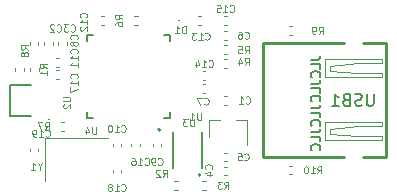
<source format=gbo>
G04 #@! TF.GenerationSoftware,KiCad,Pcbnew,7.0.10*
G04 #@! TF.CreationDate,2024-01-15T15:50:16+01:00*
G04 #@! TF.ProjectId,mico,6d69636f-2e6b-4696-9361-645f70636258,rev?*
G04 #@! TF.SameCoordinates,Original*
G04 #@! TF.FileFunction,Legend,Bot*
G04 #@! TF.FilePolarity,Positive*
%FSLAX46Y46*%
G04 Gerber Fmt 4.6, Leading zero omitted, Abs format (unit mm)*
G04 Created by KiCad (PCBNEW 7.0.10) date 2024-01-15 15:50:16*
%MOMM*%
%LPD*%
G01*
G04 APERTURE LIST*
%ADD10C,0.200000*%
%ADD11C,0.150000*%
%ADD12C,0.060000*%
%ADD13C,0.250000*%
%ADD14C,0.100000*%
%ADD15C,0.120000*%
%ADD16C,0.127000*%
G04 APERTURE END LIST*
D10*
X145841695Y-108550625D02*
X146413123Y-108550625D01*
X146413123Y-108550625D02*
X146527409Y-108512530D01*
X146527409Y-108512530D02*
X146603600Y-108436339D01*
X146603600Y-108436339D02*
X146641695Y-108322054D01*
X146641695Y-108322054D02*
X146641695Y-108245863D01*
X146641695Y-109312530D02*
X146641695Y-108931578D01*
X146641695Y-108931578D02*
X145841695Y-108931578D01*
X146565504Y-110036340D02*
X146603600Y-109998244D01*
X146603600Y-109998244D02*
X146641695Y-109883959D01*
X146641695Y-109883959D02*
X146641695Y-109807768D01*
X146641695Y-109807768D02*
X146603600Y-109693482D01*
X146603600Y-109693482D02*
X146527409Y-109617292D01*
X146527409Y-109617292D02*
X146451219Y-109579197D01*
X146451219Y-109579197D02*
X146298838Y-109541101D01*
X146298838Y-109541101D02*
X146184552Y-109541101D01*
X146184552Y-109541101D02*
X146032171Y-109579197D01*
X146032171Y-109579197D02*
X145955980Y-109617292D01*
X145955980Y-109617292D02*
X145879790Y-109693482D01*
X145879790Y-109693482D02*
X145841695Y-109807768D01*
X145841695Y-109807768D02*
X145841695Y-109883959D01*
X145841695Y-109883959D02*
X145879790Y-109998244D01*
X145879790Y-109998244D02*
X145917885Y-110036340D01*
X145841695Y-110607768D02*
X146413123Y-110607768D01*
X146413123Y-110607768D02*
X146527409Y-110569673D01*
X146527409Y-110569673D02*
X146603600Y-110493482D01*
X146603600Y-110493482D02*
X146641695Y-110379197D01*
X146641695Y-110379197D02*
X146641695Y-110303006D01*
X146641695Y-111369673D02*
X146641695Y-110988721D01*
X146641695Y-110988721D02*
X145841695Y-110988721D01*
X146565504Y-112093483D02*
X146603600Y-112055387D01*
X146603600Y-112055387D02*
X146641695Y-111941102D01*
X146641695Y-111941102D02*
X146641695Y-111864911D01*
X146641695Y-111864911D02*
X146603600Y-111750625D01*
X146603600Y-111750625D02*
X146527409Y-111674435D01*
X146527409Y-111674435D02*
X146451219Y-111636340D01*
X146451219Y-111636340D02*
X146298838Y-111598244D01*
X146298838Y-111598244D02*
X146184552Y-111598244D01*
X146184552Y-111598244D02*
X146032171Y-111636340D01*
X146032171Y-111636340D02*
X145955980Y-111674435D01*
X145955980Y-111674435D02*
X145879790Y-111750625D01*
X145879790Y-111750625D02*
X145841695Y-111864911D01*
X145841695Y-111864911D02*
X145841695Y-111941102D01*
X145841695Y-111941102D02*
X145879790Y-112055387D01*
X145879790Y-112055387D02*
X145917885Y-112093483D01*
X145841695Y-112664911D02*
X146413123Y-112664911D01*
X146413123Y-112664911D02*
X146527409Y-112626816D01*
X146527409Y-112626816D02*
X146603600Y-112550625D01*
X146603600Y-112550625D02*
X146641695Y-112436340D01*
X146641695Y-112436340D02*
X146641695Y-112360149D01*
X146641695Y-113426816D02*
X146641695Y-113045864D01*
X146641695Y-113045864D02*
X145841695Y-113045864D01*
X146565504Y-114150626D02*
X146603600Y-114112530D01*
X146603600Y-114112530D02*
X146641695Y-113998245D01*
X146641695Y-113998245D02*
X146641695Y-113922054D01*
X146641695Y-113922054D02*
X146603600Y-113807768D01*
X146603600Y-113807768D02*
X146527409Y-113731578D01*
X146527409Y-113731578D02*
X146451219Y-113693483D01*
X146451219Y-113693483D02*
X146298838Y-113655387D01*
X146298838Y-113655387D02*
X146184552Y-113655387D01*
X146184552Y-113655387D02*
X146032171Y-113693483D01*
X146032171Y-113693483D02*
X145955980Y-113731578D01*
X145955980Y-113731578D02*
X145879790Y-113807768D01*
X145879790Y-113807768D02*
X145841695Y-113922054D01*
X145841695Y-113922054D02*
X145841695Y-113998245D01*
X145841695Y-113998245D02*
X145879790Y-114112530D01*
X145879790Y-114112530D02*
X145917885Y-114150626D01*
X145841695Y-114722054D02*
X146413123Y-114722054D01*
X146413123Y-114722054D02*
X146527409Y-114683959D01*
X146527409Y-114683959D02*
X146603600Y-114607768D01*
X146603600Y-114607768D02*
X146641695Y-114493483D01*
X146641695Y-114493483D02*
X146641695Y-114417292D01*
X146641695Y-115483959D02*
X146641695Y-115103007D01*
X146641695Y-115103007D02*
X145841695Y-115103007D01*
X146565504Y-116207769D02*
X146603600Y-116169673D01*
X146603600Y-116169673D02*
X146641695Y-116055388D01*
X146641695Y-116055388D02*
X146641695Y-115979197D01*
X146641695Y-115979197D02*
X146603600Y-115864911D01*
X146603600Y-115864911D02*
X146527409Y-115788721D01*
X146527409Y-115788721D02*
X146451219Y-115750626D01*
X146451219Y-115750626D02*
X146298838Y-115712530D01*
X146298838Y-115712530D02*
X146184552Y-115712530D01*
X146184552Y-115712530D02*
X146032171Y-115750626D01*
X146032171Y-115750626D02*
X145955980Y-115788721D01*
X145955980Y-115788721D02*
X145879790Y-115864911D01*
X145879790Y-115864911D02*
X145841695Y-115979197D01*
X145841695Y-115979197D02*
X145841695Y-116055388D01*
X145841695Y-116055388D02*
X145879790Y-116169673D01*
X145879790Y-116169673D02*
X145917885Y-116207769D01*
D11*
X151138094Y-111454819D02*
X151138094Y-112264342D01*
X151138094Y-112264342D02*
X151090475Y-112359580D01*
X151090475Y-112359580D02*
X151042856Y-112407200D01*
X151042856Y-112407200D02*
X150947618Y-112454819D01*
X150947618Y-112454819D02*
X150757142Y-112454819D01*
X150757142Y-112454819D02*
X150661904Y-112407200D01*
X150661904Y-112407200D02*
X150614285Y-112359580D01*
X150614285Y-112359580D02*
X150566666Y-112264342D01*
X150566666Y-112264342D02*
X150566666Y-111454819D01*
X150138094Y-112407200D02*
X149995237Y-112454819D01*
X149995237Y-112454819D02*
X149757142Y-112454819D01*
X149757142Y-112454819D02*
X149661904Y-112407200D01*
X149661904Y-112407200D02*
X149614285Y-112359580D01*
X149614285Y-112359580D02*
X149566666Y-112264342D01*
X149566666Y-112264342D02*
X149566666Y-112169104D01*
X149566666Y-112169104D02*
X149614285Y-112073866D01*
X149614285Y-112073866D02*
X149661904Y-112026247D01*
X149661904Y-112026247D02*
X149757142Y-111978628D01*
X149757142Y-111978628D02*
X149947618Y-111931009D01*
X149947618Y-111931009D02*
X150042856Y-111883390D01*
X150042856Y-111883390D02*
X150090475Y-111835771D01*
X150090475Y-111835771D02*
X150138094Y-111740533D01*
X150138094Y-111740533D02*
X150138094Y-111645295D01*
X150138094Y-111645295D02*
X150090475Y-111550057D01*
X150090475Y-111550057D02*
X150042856Y-111502438D01*
X150042856Y-111502438D02*
X149947618Y-111454819D01*
X149947618Y-111454819D02*
X149709523Y-111454819D01*
X149709523Y-111454819D02*
X149566666Y-111502438D01*
X148804761Y-111931009D02*
X148661904Y-111978628D01*
X148661904Y-111978628D02*
X148614285Y-112026247D01*
X148614285Y-112026247D02*
X148566666Y-112121485D01*
X148566666Y-112121485D02*
X148566666Y-112264342D01*
X148566666Y-112264342D02*
X148614285Y-112359580D01*
X148614285Y-112359580D02*
X148661904Y-112407200D01*
X148661904Y-112407200D02*
X148757142Y-112454819D01*
X148757142Y-112454819D02*
X149138094Y-112454819D01*
X149138094Y-112454819D02*
X149138094Y-111454819D01*
X149138094Y-111454819D02*
X148804761Y-111454819D01*
X148804761Y-111454819D02*
X148709523Y-111502438D01*
X148709523Y-111502438D02*
X148661904Y-111550057D01*
X148661904Y-111550057D02*
X148614285Y-111645295D01*
X148614285Y-111645295D02*
X148614285Y-111740533D01*
X148614285Y-111740533D02*
X148661904Y-111835771D01*
X148661904Y-111835771D02*
X148709523Y-111883390D01*
X148709523Y-111883390D02*
X148804761Y-111931009D01*
X148804761Y-111931009D02*
X149138094Y-111931009D01*
X147614285Y-112454819D02*
X148185713Y-112454819D01*
X147899999Y-112454819D02*
X147899999Y-111454819D01*
X147899999Y-111454819D02*
X147995237Y-111597676D01*
X147995237Y-111597676D02*
X148090475Y-111692914D01*
X148090475Y-111692914D02*
X148185713Y-111740533D01*
D12*
X146385714Y-118174451D02*
X146585714Y-117888737D01*
X146728571Y-118174451D02*
X146728571Y-117574451D01*
X146728571Y-117574451D02*
X146500000Y-117574451D01*
X146500000Y-117574451D02*
X146442857Y-117603022D01*
X146442857Y-117603022D02*
X146414286Y-117631594D01*
X146414286Y-117631594D02*
X146385714Y-117688737D01*
X146385714Y-117688737D02*
X146385714Y-117774451D01*
X146385714Y-117774451D02*
X146414286Y-117831594D01*
X146414286Y-117831594D02*
X146442857Y-117860165D01*
X146442857Y-117860165D02*
X146500000Y-117888737D01*
X146500000Y-117888737D02*
X146728571Y-117888737D01*
X145814286Y-118174451D02*
X146157143Y-118174451D01*
X145985714Y-118174451D02*
X145985714Y-117574451D01*
X145985714Y-117574451D02*
X146042857Y-117660165D01*
X146042857Y-117660165D02*
X146100000Y-117717308D01*
X146100000Y-117717308D02*
X146157143Y-117745880D01*
X145442857Y-117574451D02*
X145385714Y-117574451D01*
X145385714Y-117574451D02*
X145328571Y-117603022D01*
X145328571Y-117603022D02*
X145300000Y-117631594D01*
X145300000Y-117631594D02*
X145271428Y-117688737D01*
X145271428Y-117688737D02*
X145242857Y-117803022D01*
X145242857Y-117803022D02*
X145242857Y-117945880D01*
X145242857Y-117945880D02*
X145271428Y-118060165D01*
X145271428Y-118060165D02*
X145300000Y-118117308D01*
X145300000Y-118117308D02*
X145328571Y-118145880D01*
X145328571Y-118145880D02*
X145385714Y-118174451D01*
X145385714Y-118174451D02*
X145442857Y-118174451D01*
X145442857Y-118174451D02*
X145500000Y-118145880D01*
X145500000Y-118145880D02*
X145528571Y-118117308D01*
X145528571Y-118117308D02*
X145557142Y-118060165D01*
X145557142Y-118060165D02*
X145585714Y-117945880D01*
X145585714Y-117945880D02*
X145585714Y-117803022D01*
X145585714Y-117803022D02*
X145557142Y-117688737D01*
X145557142Y-117688737D02*
X145528571Y-117631594D01*
X145528571Y-117631594D02*
X145500000Y-117603022D01*
X145500000Y-117603022D02*
X145442857Y-117574451D01*
X146499999Y-106374451D02*
X146699999Y-106088737D01*
X146842856Y-106374451D02*
X146842856Y-105774451D01*
X146842856Y-105774451D02*
X146614285Y-105774451D01*
X146614285Y-105774451D02*
X146557142Y-105803022D01*
X146557142Y-105803022D02*
X146528571Y-105831594D01*
X146528571Y-105831594D02*
X146499999Y-105888737D01*
X146499999Y-105888737D02*
X146499999Y-105974451D01*
X146499999Y-105974451D02*
X146528571Y-106031594D01*
X146528571Y-106031594D02*
X146557142Y-106060165D01*
X146557142Y-106060165D02*
X146614285Y-106088737D01*
X146614285Y-106088737D02*
X146842856Y-106088737D01*
X146214285Y-106374451D02*
X146099999Y-106374451D01*
X146099999Y-106374451D02*
X146042856Y-106345880D01*
X146042856Y-106345880D02*
X146014285Y-106317308D01*
X146014285Y-106317308D02*
X145957142Y-106231594D01*
X145957142Y-106231594D02*
X145928571Y-106117308D01*
X145928571Y-106117308D02*
X145928571Y-105888737D01*
X145928571Y-105888737D02*
X145957142Y-105831594D01*
X145957142Y-105831594D02*
X145985714Y-105803022D01*
X145985714Y-105803022D02*
X146042856Y-105774451D01*
X146042856Y-105774451D02*
X146157142Y-105774451D01*
X146157142Y-105774451D02*
X146214285Y-105803022D01*
X146214285Y-105803022D02*
X146242856Y-105831594D01*
X146242856Y-105831594D02*
X146271428Y-105888737D01*
X146271428Y-105888737D02*
X146271428Y-106031594D01*
X146271428Y-106031594D02*
X146242856Y-106088737D01*
X146242856Y-106088737D02*
X146214285Y-106117308D01*
X146214285Y-106117308D02*
X146157142Y-106145880D01*
X146157142Y-106145880D02*
X146042856Y-106145880D01*
X146042856Y-106145880D02*
X145985714Y-106117308D01*
X145985714Y-106117308D02*
X145957142Y-106088737D01*
X145957142Y-106088737D02*
X145928571Y-106031594D01*
X127657142Y-114274451D02*
X127657142Y-114760165D01*
X127657142Y-114760165D02*
X127628571Y-114817308D01*
X127628571Y-114817308D02*
X127600000Y-114845880D01*
X127600000Y-114845880D02*
X127542857Y-114874451D01*
X127542857Y-114874451D02*
X127428571Y-114874451D01*
X127428571Y-114874451D02*
X127371428Y-114845880D01*
X127371428Y-114845880D02*
X127342857Y-114817308D01*
X127342857Y-114817308D02*
X127314285Y-114760165D01*
X127314285Y-114760165D02*
X127314285Y-114274451D01*
X126771429Y-114474451D02*
X126771429Y-114874451D01*
X126914286Y-114245880D02*
X127057143Y-114674451D01*
X127057143Y-114674451D02*
X126685714Y-114674451D01*
X124874451Y-111742857D02*
X125360165Y-111742857D01*
X125360165Y-111742857D02*
X125417308Y-111771428D01*
X125417308Y-111771428D02*
X125445880Y-111800000D01*
X125445880Y-111800000D02*
X125474451Y-111857142D01*
X125474451Y-111857142D02*
X125474451Y-111971428D01*
X125474451Y-111971428D02*
X125445880Y-112028571D01*
X125445880Y-112028571D02*
X125417308Y-112057142D01*
X125417308Y-112057142D02*
X125360165Y-112085714D01*
X125360165Y-112085714D02*
X124874451Y-112085714D01*
X124931594Y-112342856D02*
X124903022Y-112371428D01*
X124903022Y-112371428D02*
X124874451Y-112428571D01*
X124874451Y-112428571D02*
X124874451Y-112571428D01*
X124874451Y-112571428D02*
X124903022Y-112628571D01*
X124903022Y-112628571D02*
X124931594Y-112657142D01*
X124931594Y-112657142D02*
X124988737Y-112685713D01*
X124988737Y-112685713D02*
X125045880Y-112685713D01*
X125045880Y-112685713D02*
X125131594Y-112657142D01*
X125131594Y-112657142D02*
X125474451Y-112314285D01*
X125474451Y-112314285D02*
X125474451Y-112685713D01*
X135957142Y-113574451D02*
X135957142Y-114060165D01*
X135957142Y-114060165D02*
X135928571Y-114117308D01*
X135928571Y-114117308D02*
X135900000Y-114145880D01*
X135900000Y-114145880D02*
X135842857Y-114174451D01*
X135842857Y-114174451D02*
X135728571Y-114174451D01*
X135728571Y-114174451D02*
X135671428Y-114145880D01*
X135671428Y-114145880D02*
X135642857Y-114117308D01*
X135642857Y-114117308D02*
X135614285Y-114060165D01*
X135614285Y-114060165D02*
X135614285Y-113574451D01*
X135385714Y-113574451D02*
X135014286Y-113574451D01*
X135014286Y-113574451D02*
X135214286Y-113803022D01*
X135214286Y-113803022D02*
X135128571Y-113803022D01*
X135128571Y-113803022D02*
X135071429Y-113831594D01*
X135071429Y-113831594D02*
X135042857Y-113860165D01*
X135042857Y-113860165D02*
X135014286Y-113917308D01*
X135014286Y-113917308D02*
X135014286Y-114060165D01*
X135014286Y-114060165D02*
X135042857Y-114117308D01*
X135042857Y-114117308D02*
X135071429Y-114145880D01*
X135071429Y-114145880D02*
X135128571Y-114174451D01*
X135128571Y-114174451D02*
X135300000Y-114174451D01*
X135300000Y-114174451D02*
X135357143Y-114145880D01*
X135357143Y-114145880D02*
X135385714Y-114117308D01*
X136557142Y-113074451D02*
X136557142Y-113560165D01*
X136557142Y-113560165D02*
X136528571Y-113617308D01*
X136528571Y-113617308D02*
X136500000Y-113645880D01*
X136500000Y-113645880D02*
X136442857Y-113674451D01*
X136442857Y-113674451D02*
X136328571Y-113674451D01*
X136328571Y-113674451D02*
X136271428Y-113645880D01*
X136271428Y-113645880D02*
X136242857Y-113617308D01*
X136242857Y-113617308D02*
X136214285Y-113560165D01*
X136214285Y-113560165D02*
X136214285Y-113074451D01*
X135614286Y-113674451D02*
X135957143Y-113674451D01*
X135785714Y-113674451D02*
X135785714Y-113074451D01*
X135785714Y-113074451D02*
X135842857Y-113160165D01*
X135842857Y-113160165D02*
X135900000Y-113217308D01*
X135900000Y-113217308D02*
X135957143Y-113245880D01*
X137417308Y-117800000D02*
X137445880Y-117771428D01*
X137445880Y-117771428D02*
X137474451Y-117685714D01*
X137474451Y-117685714D02*
X137474451Y-117628571D01*
X137474451Y-117628571D02*
X137445880Y-117542857D01*
X137445880Y-117542857D02*
X137388737Y-117485714D01*
X137388737Y-117485714D02*
X137331594Y-117457143D01*
X137331594Y-117457143D02*
X137217308Y-117428571D01*
X137217308Y-117428571D02*
X137131594Y-117428571D01*
X137131594Y-117428571D02*
X137017308Y-117457143D01*
X137017308Y-117457143D02*
X136960165Y-117485714D01*
X136960165Y-117485714D02*
X136903022Y-117542857D01*
X136903022Y-117542857D02*
X136874451Y-117628571D01*
X136874451Y-117628571D02*
X136874451Y-117685714D01*
X136874451Y-117685714D02*
X136903022Y-117771428D01*
X136903022Y-117771428D02*
X136931594Y-117800000D01*
X137074451Y-118314286D02*
X137474451Y-118314286D01*
X136845880Y-118171428D02*
X137274451Y-118028571D01*
X137274451Y-118028571D02*
X137274451Y-118400000D01*
X129785714Y-119617308D02*
X129814286Y-119645880D01*
X129814286Y-119645880D02*
X129900000Y-119674451D01*
X129900000Y-119674451D02*
X129957143Y-119674451D01*
X129957143Y-119674451D02*
X130042857Y-119645880D01*
X130042857Y-119645880D02*
X130100000Y-119588737D01*
X130100000Y-119588737D02*
X130128571Y-119531594D01*
X130128571Y-119531594D02*
X130157143Y-119417308D01*
X130157143Y-119417308D02*
X130157143Y-119331594D01*
X130157143Y-119331594D02*
X130128571Y-119217308D01*
X130128571Y-119217308D02*
X130100000Y-119160165D01*
X130100000Y-119160165D02*
X130042857Y-119103022D01*
X130042857Y-119103022D02*
X129957143Y-119074451D01*
X129957143Y-119074451D02*
X129900000Y-119074451D01*
X129900000Y-119074451D02*
X129814286Y-119103022D01*
X129814286Y-119103022D02*
X129785714Y-119131594D01*
X129214286Y-119674451D02*
X129557143Y-119674451D01*
X129385714Y-119674451D02*
X129385714Y-119074451D01*
X129385714Y-119074451D02*
X129442857Y-119160165D01*
X129442857Y-119160165D02*
X129500000Y-119217308D01*
X129500000Y-119217308D02*
X129557143Y-119245880D01*
X128871428Y-119331594D02*
X128928571Y-119303022D01*
X128928571Y-119303022D02*
X128957142Y-119274451D01*
X128957142Y-119274451D02*
X128985714Y-119217308D01*
X128985714Y-119217308D02*
X128985714Y-119188737D01*
X128985714Y-119188737D02*
X128957142Y-119131594D01*
X128957142Y-119131594D02*
X128928571Y-119103022D01*
X128928571Y-119103022D02*
X128871428Y-119074451D01*
X128871428Y-119074451D02*
X128757142Y-119074451D01*
X128757142Y-119074451D02*
X128700000Y-119103022D01*
X128700000Y-119103022D02*
X128671428Y-119131594D01*
X128671428Y-119131594D02*
X128642857Y-119188737D01*
X128642857Y-119188737D02*
X128642857Y-119217308D01*
X128642857Y-119217308D02*
X128671428Y-119274451D01*
X128671428Y-119274451D02*
X128700000Y-119303022D01*
X128700000Y-119303022D02*
X128757142Y-119331594D01*
X128757142Y-119331594D02*
X128871428Y-119331594D01*
X128871428Y-119331594D02*
X128928571Y-119360165D01*
X128928571Y-119360165D02*
X128957142Y-119388737D01*
X128957142Y-119388737D02*
X128985714Y-119445880D01*
X128985714Y-119445880D02*
X128985714Y-119560165D01*
X128985714Y-119560165D02*
X128957142Y-119617308D01*
X128957142Y-119617308D02*
X128928571Y-119645880D01*
X128928571Y-119645880D02*
X128871428Y-119674451D01*
X128871428Y-119674451D02*
X128757142Y-119674451D01*
X128757142Y-119674451D02*
X128700000Y-119645880D01*
X128700000Y-119645880D02*
X128671428Y-119617308D01*
X128671428Y-119617308D02*
X128642857Y-119560165D01*
X128642857Y-119560165D02*
X128642857Y-119445880D01*
X128642857Y-119445880D02*
X128671428Y-119388737D01*
X128671428Y-119388737D02*
X128700000Y-119360165D01*
X128700000Y-119360165D02*
X128757142Y-119331594D01*
X129874451Y-105150000D02*
X129588737Y-104950000D01*
X129874451Y-104807143D02*
X129274451Y-104807143D01*
X129274451Y-104807143D02*
X129274451Y-105035714D01*
X129274451Y-105035714D02*
X129303022Y-105092857D01*
X129303022Y-105092857D02*
X129331594Y-105121428D01*
X129331594Y-105121428D02*
X129388737Y-105150000D01*
X129388737Y-105150000D02*
X129474451Y-105150000D01*
X129474451Y-105150000D02*
X129531594Y-105121428D01*
X129531594Y-105121428D02*
X129560165Y-105092857D01*
X129560165Y-105092857D02*
X129588737Y-105035714D01*
X129588737Y-105035714D02*
X129588737Y-104807143D01*
X129274451Y-105664286D02*
X129274451Y-105550000D01*
X129274451Y-105550000D02*
X129303022Y-105492857D01*
X129303022Y-105492857D02*
X129331594Y-105464286D01*
X129331594Y-105464286D02*
X129417308Y-105407143D01*
X129417308Y-105407143D02*
X129531594Y-105378571D01*
X129531594Y-105378571D02*
X129760165Y-105378571D01*
X129760165Y-105378571D02*
X129817308Y-105407143D01*
X129817308Y-105407143D02*
X129845880Y-105435714D01*
X129845880Y-105435714D02*
X129874451Y-105492857D01*
X129874451Y-105492857D02*
X129874451Y-105607143D01*
X129874451Y-105607143D02*
X129845880Y-105664286D01*
X129845880Y-105664286D02*
X129817308Y-105692857D01*
X129817308Y-105692857D02*
X129760165Y-105721428D01*
X129760165Y-105721428D02*
X129617308Y-105721428D01*
X129617308Y-105721428D02*
X129560165Y-105692857D01*
X129560165Y-105692857D02*
X129531594Y-105664286D01*
X129531594Y-105664286D02*
X129503022Y-105607143D01*
X129503022Y-105607143D02*
X129503022Y-105492857D01*
X129503022Y-105492857D02*
X129531594Y-105435714D01*
X129531594Y-105435714D02*
X129560165Y-105407143D01*
X129560165Y-105407143D02*
X129617308Y-105378571D01*
X123474451Y-109300000D02*
X123188737Y-109100000D01*
X123474451Y-108957143D02*
X122874451Y-108957143D01*
X122874451Y-108957143D02*
X122874451Y-109185714D01*
X122874451Y-109185714D02*
X122903022Y-109242857D01*
X122903022Y-109242857D02*
X122931594Y-109271428D01*
X122931594Y-109271428D02*
X122988737Y-109300000D01*
X122988737Y-109300000D02*
X123074451Y-109300000D01*
X123074451Y-109300000D02*
X123131594Y-109271428D01*
X123131594Y-109271428D02*
X123160165Y-109242857D01*
X123160165Y-109242857D02*
X123188737Y-109185714D01*
X123188737Y-109185714D02*
X123188737Y-108957143D01*
X123474451Y-109871428D02*
X123474451Y-109528571D01*
X123474451Y-109700000D02*
X122874451Y-109700000D01*
X122874451Y-109700000D02*
X122960165Y-109642857D01*
X122960165Y-109642857D02*
X123017308Y-109585714D01*
X123017308Y-109585714D02*
X123045880Y-109528571D01*
X126017308Y-110114285D02*
X126045880Y-110085713D01*
X126045880Y-110085713D02*
X126074451Y-109999999D01*
X126074451Y-109999999D02*
X126074451Y-109942856D01*
X126074451Y-109942856D02*
X126045880Y-109857142D01*
X126045880Y-109857142D02*
X125988737Y-109799999D01*
X125988737Y-109799999D02*
X125931594Y-109771428D01*
X125931594Y-109771428D02*
X125817308Y-109742856D01*
X125817308Y-109742856D02*
X125731594Y-109742856D01*
X125731594Y-109742856D02*
X125617308Y-109771428D01*
X125617308Y-109771428D02*
X125560165Y-109799999D01*
X125560165Y-109799999D02*
X125503022Y-109857142D01*
X125503022Y-109857142D02*
X125474451Y-109942856D01*
X125474451Y-109942856D02*
X125474451Y-109999999D01*
X125474451Y-109999999D02*
X125503022Y-110085713D01*
X125503022Y-110085713D02*
X125531594Y-110114285D01*
X126074451Y-110685713D02*
X126074451Y-110342856D01*
X126074451Y-110514285D02*
X125474451Y-110514285D01*
X125474451Y-110514285D02*
X125560165Y-110457142D01*
X125560165Y-110457142D02*
X125617308Y-110399999D01*
X125617308Y-110399999D02*
X125645880Y-110342856D01*
X125474451Y-110885714D02*
X125474451Y-111285714D01*
X125474451Y-111285714D02*
X126074451Y-111028571D01*
X129785714Y-114617308D02*
X129814286Y-114645880D01*
X129814286Y-114645880D02*
X129900000Y-114674451D01*
X129900000Y-114674451D02*
X129957143Y-114674451D01*
X129957143Y-114674451D02*
X130042857Y-114645880D01*
X130042857Y-114645880D02*
X130100000Y-114588737D01*
X130100000Y-114588737D02*
X130128571Y-114531594D01*
X130128571Y-114531594D02*
X130157143Y-114417308D01*
X130157143Y-114417308D02*
X130157143Y-114331594D01*
X130157143Y-114331594D02*
X130128571Y-114217308D01*
X130128571Y-114217308D02*
X130100000Y-114160165D01*
X130100000Y-114160165D02*
X130042857Y-114103022D01*
X130042857Y-114103022D02*
X129957143Y-114074451D01*
X129957143Y-114074451D02*
X129900000Y-114074451D01*
X129900000Y-114074451D02*
X129814286Y-114103022D01*
X129814286Y-114103022D02*
X129785714Y-114131594D01*
X129214286Y-114674451D02*
X129557143Y-114674451D01*
X129385714Y-114674451D02*
X129385714Y-114074451D01*
X129385714Y-114074451D02*
X129442857Y-114160165D01*
X129442857Y-114160165D02*
X129500000Y-114217308D01*
X129500000Y-114217308D02*
X129557143Y-114245880D01*
X128842857Y-114074451D02*
X128785714Y-114074451D01*
X128785714Y-114074451D02*
X128728571Y-114103022D01*
X128728571Y-114103022D02*
X128700000Y-114131594D01*
X128700000Y-114131594D02*
X128671428Y-114188737D01*
X128671428Y-114188737D02*
X128642857Y-114303022D01*
X128642857Y-114303022D02*
X128642857Y-114445880D01*
X128642857Y-114445880D02*
X128671428Y-114560165D01*
X128671428Y-114560165D02*
X128700000Y-114617308D01*
X128700000Y-114617308D02*
X128728571Y-114645880D01*
X128728571Y-114645880D02*
X128785714Y-114674451D01*
X128785714Y-114674451D02*
X128842857Y-114674451D01*
X128842857Y-114674451D02*
X128900000Y-114645880D01*
X128900000Y-114645880D02*
X128928571Y-114617308D01*
X128928571Y-114617308D02*
X128957142Y-114560165D01*
X128957142Y-114560165D02*
X128985714Y-114445880D01*
X128985714Y-114445880D02*
X128985714Y-114303022D01*
X128985714Y-114303022D02*
X128957142Y-114188737D01*
X128957142Y-114188737D02*
X128928571Y-114131594D01*
X128928571Y-114131594D02*
X128900000Y-114103022D01*
X128900000Y-114103022D02*
X128842857Y-114074451D01*
X138499999Y-119474451D02*
X138699999Y-119188737D01*
X138842856Y-119474451D02*
X138842856Y-118874451D01*
X138842856Y-118874451D02*
X138614285Y-118874451D01*
X138614285Y-118874451D02*
X138557142Y-118903022D01*
X138557142Y-118903022D02*
X138528571Y-118931594D01*
X138528571Y-118931594D02*
X138499999Y-118988737D01*
X138499999Y-118988737D02*
X138499999Y-119074451D01*
X138499999Y-119074451D02*
X138528571Y-119131594D01*
X138528571Y-119131594D02*
X138557142Y-119160165D01*
X138557142Y-119160165D02*
X138614285Y-119188737D01*
X138614285Y-119188737D02*
X138842856Y-119188737D01*
X138299999Y-118874451D02*
X137928571Y-118874451D01*
X137928571Y-118874451D02*
X138128571Y-119103022D01*
X138128571Y-119103022D02*
X138042856Y-119103022D01*
X138042856Y-119103022D02*
X137985714Y-119131594D01*
X137985714Y-119131594D02*
X137957142Y-119160165D01*
X137957142Y-119160165D02*
X137928571Y-119217308D01*
X137928571Y-119217308D02*
X137928571Y-119360165D01*
X137928571Y-119360165D02*
X137957142Y-119417308D01*
X137957142Y-119417308D02*
X137985714Y-119445880D01*
X137985714Y-119445880D02*
X138042856Y-119474451D01*
X138042856Y-119474451D02*
X138214285Y-119474451D01*
X138214285Y-119474451D02*
X138271428Y-119445880D01*
X138271428Y-119445880D02*
X138299999Y-119417308D01*
X140225187Y-106717308D02*
X140253759Y-106745880D01*
X140253759Y-106745880D02*
X140339473Y-106774451D01*
X140339473Y-106774451D02*
X140396616Y-106774451D01*
X140396616Y-106774451D02*
X140482330Y-106745880D01*
X140482330Y-106745880D02*
X140539473Y-106688737D01*
X140539473Y-106688737D02*
X140568044Y-106631594D01*
X140568044Y-106631594D02*
X140596616Y-106517308D01*
X140596616Y-106517308D02*
X140596616Y-106431594D01*
X140596616Y-106431594D02*
X140568044Y-106317308D01*
X140568044Y-106317308D02*
X140539473Y-106260165D01*
X140539473Y-106260165D02*
X140482330Y-106203022D01*
X140482330Y-106203022D02*
X140396616Y-106174451D01*
X140396616Y-106174451D02*
X140339473Y-106174451D01*
X140339473Y-106174451D02*
X140253759Y-106203022D01*
X140253759Y-106203022D02*
X140225187Y-106231594D01*
X139710902Y-106174451D02*
X139825187Y-106174451D01*
X139825187Y-106174451D02*
X139882330Y-106203022D01*
X139882330Y-106203022D02*
X139910902Y-106231594D01*
X139910902Y-106231594D02*
X139968044Y-106317308D01*
X139968044Y-106317308D02*
X139996616Y-106431594D01*
X139996616Y-106431594D02*
X139996616Y-106660165D01*
X139996616Y-106660165D02*
X139968044Y-106717308D01*
X139968044Y-106717308D02*
X139939473Y-106745880D01*
X139939473Y-106745880D02*
X139882330Y-106774451D01*
X139882330Y-106774451D02*
X139768044Y-106774451D01*
X139768044Y-106774451D02*
X139710902Y-106745880D01*
X139710902Y-106745880D02*
X139682330Y-106717308D01*
X139682330Y-106717308D02*
X139653759Y-106660165D01*
X139653759Y-106660165D02*
X139653759Y-106517308D01*
X139653759Y-106517308D02*
X139682330Y-106460165D01*
X139682330Y-106460165D02*
X139710902Y-106431594D01*
X139710902Y-106431594D02*
X139768044Y-106403022D01*
X139768044Y-106403022D02*
X139882330Y-106403022D01*
X139882330Y-106403022D02*
X139939473Y-106431594D01*
X139939473Y-106431594D02*
X139968044Y-106460165D01*
X139968044Y-106460165D02*
X139996616Y-106517308D01*
X132899999Y-117417308D02*
X132928571Y-117445880D01*
X132928571Y-117445880D02*
X133014285Y-117474451D01*
X133014285Y-117474451D02*
X133071428Y-117474451D01*
X133071428Y-117474451D02*
X133157142Y-117445880D01*
X133157142Y-117445880D02*
X133214285Y-117388737D01*
X133214285Y-117388737D02*
X133242856Y-117331594D01*
X133242856Y-117331594D02*
X133271428Y-117217308D01*
X133271428Y-117217308D02*
X133271428Y-117131594D01*
X133271428Y-117131594D02*
X133242856Y-117017308D01*
X133242856Y-117017308D02*
X133214285Y-116960165D01*
X133214285Y-116960165D02*
X133157142Y-116903022D01*
X133157142Y-116903022D02*
X133071428Y-116874451D01*
X133071428Y-116874451D02*
X133014285Y-116874451D01*
X133014285Y-116874451D02*
X132928571Y-116903022D01*
X132928571Y-116903022D02*
X132899999Y-116931594D01*
X132614285Y-117474451D02*
X132499999Y-117474451D01*
X132499999Y-117474451D02*
X132442856Y-117445880D01*
X132442856Y-117445880D02*
X132414285Y-117417308D01*
X132414285Y-117417308D02*
X132357142Y-117331594D01*
X132357142Y-117331594D02*
X132328571Y-117217308D01*
X132328571Y-117217308D02*
X132328571Y-116988737D01*
X132328571Y-116988737D02*
X132357142Y-116931594D01*
X132357142Y-116931594D02*
X132385714Y-116903022D01*
X132385714Y-116903022D02*
X132442856Y-116874451D01*
X132442856Y-116874451D02*
X132557142Y-116874451D01*
X132557142Y-116874451D02*
X132614285Y-116903022D01*
X132614285Y-116903022D02*
X132642856Y-116931594D01*
X132642856Y-116931594D02*
X132671428Y-116988737D01*
X132671428Y-116988737D02*
X132671428Y-117131594D01*
X132671428Y-117131594D02*
X132642856Y-117188737D01*
X132642856Y-117188737D02*
X132614285Y-117217308D01*
X132614285Y-117217308D02*
X132557142Y-117245880D01*
X132557142Y-117245880D02*
X132442856Y-117245880D01*
X132442856Y-117245880D02*
X132385714Y-117217308D01*
X132385714Y-117217308D02*
X132357142Y-117188737D01*
X132357142Y-117188737D02*
X132328571Y-117131594D01*
X126017308Y-108014285D02*
X126045880Y-107985713D01*
X126045880Y-107985713D02*
X126074451Y-107899999D01*
X126074451Y-107899999D02*
X126074451Y-107842856D01*
X126074451Y-107842856D02*
X126045880Y-107757142D01*
X126045880Y-107757142D02*
X125988737Y-107699999D01*
X125988737Y-107699999D02*
X125931594Y-107671428D01*
X125931594Y-107671428D02*
X125817308Y-107642856D01*
X125817308Y-107642856D02*
X125731594Y-107642856D01*
X125731594Y-107642856D02*
X125617308Y-107671428D01*
X125617308Y-107671428D02*
X125560165Y-107699999D01*
X125560165Y-107699999D02*
X125503022Y-107757142D01*
X125503022Y-107757142D02*
X125474451Y-107842856D01*
X125474451Y-107842856D02*
X125474451Y-107899999D01*
X125474451Y-107899999D02*
X125503022Y-107985713D01*
X125503022Y-107985713D02*
X125531594Y-108014285D01*
X126074451Y-108585713D02*
X126074451Y-108242856D01*
X126074451Y-108414285D02*
X125474451Y-108414285D01*
X125474451Y-108414285D02*
X125560165Y-108357142D01*
X125560165Y-108357142D02*
X125617308Y-108299999D01*
X125617308Y-108299999D02*
X125645880Y-108242856D01*
X126074451Y-109157142D02*
X126074451Y-108814285D01*
X126074451Y-108985714D02*
X125474451Y-108985714D01*
X125474451Y-108985714D02*
X125560165Y-108928571D01*
X125560165Y-108928571D02*
X125617308Y-108871428D01*
X125617308Y-108871428D02*
X125645880Y-108814285D01*
X140225187Y-109024451D02*
X140425187Y-108738737D01*
X140568044Y-109024451D02*
X140568044Y-108424451D01*
X140568044Y-108424451D02*
X140339473Y-108424451D01*
X140339473Y-108424451D02*
X140282330Y-108453022D01*
X140282330Y-108453022D02*
X140253759Y-108481594D01*
X140253759Y-108481594D02*
X140225187Y-108538737D01*
X140225187Y-108538737D02*
X140225187Y-108624451D01*
X140225187Y-108624451D02*
X140253759Y-108681594D01*
X140253759Y-108681594D02*
X140282330Y-108710165D01*
X140282330Y-108710165D02*
X140339473Y-108738737D01*
X140339473Y-108738737D02*
X140568044Y-108738737D01*
X139710902Y-108624451D02*
X139710902Y-109024451D01*
X139853759Y-108395880D02*
X139996616Y-108824451D01*
X139996616Y-108824451D02*
X139625187Y-108824451D01*
X123299999Y-114474451D02*
X123499999Y-114188737D01*
X123642856Y-114474451D02*
X123642856Y-113874451D01*
X123642856Y-113874451D02*
X123414285Y-113874451D01*
X123414285Y-113874451D02*
X123357142Y-113903022D01*
X123357142Y-113903022D02*
X123328571Y-113931594D01*
X123328571Y-113931594D02*
X123299999Y-113988737D01*
X123299999Y-113988737D02*
X123299999Y-114074451D01*
X123299999Y-114074451D02*
X123328571Y-114131594D01*
X123328571Y-114131594D02*
X123357142Y-114160165D01*
X123357142Y-114160165D02*
X123414285Y-114188737D01*
X123414285Y-114188737D02*
X123642856Y-114188737D01*
X123099999Y-113874451D02*
X122699999Y-113874451D01*
X122699999Y-113874451D02*
X122957142Y-114474451D01*
X126817308Y-104964285D02*
X126845880Y-104935713D01*
X126845880Y-104935713D02*
X126874451Y-104849999D01*
X126874451Y-104849999D02*
X126874451Y-104792856D01*
X126874451Y-104792856D02*
X126845880Y-104707142D01*
X126845880Y-104707142D02*
X126788737Y-104649999D01*
X126788737Y-104649999D02*
X126731594Y-104621428D01*
X126731594Y-104621428D02*
X126617308Y-104592856D01*
X126617308Y-104592856D02*
X126531594Y-104592856D01*
X126531594Y-104592856D02*
X126417308Y-104621428D01*
X126417308Y-104621428D02*
X126360165Y-104649999D01*
X126360165Y-104649999D02*
X126303022Y-104707142D01*
X126303022Y-104707142D02*
X126274451Y-104792856D01*
X126274451Y-104792856D02*
X126274451Y-104849999D01*
X126274451Y-104849999D02*
X126303022Y-104935713D01*
X126303022Y-104935713D02*
X126331594Y-104964285D01*
X126874451Y-105535713D02*
X126874451Y-105192856D01*
X126874451Y-105364285D02*
X126274451Y-105364285D01*
X126274451Y-105364285D02*
X126360165Y-105307142D01*
X126360165Y-105307142D02*
X126417308Y-105249999D01*
X126417308Y-105249999D02*
X126445880Y-105192856D01*
X126331594Y-105764285D02*
X126303022Y-105792857D01*
X126303022Y-105792857D02*
X126274451Y-105850000D01*
X126274451Y-105850000D02*
X126274451Y-105992857D01*
X126274451Y-105992857D02*
X126303022Y-106050000D01*
X126303022Y-106050000D02*
X126331594Y-106078571D01*
X126331594Y-106078571D02*
X126388737Y-106107142D01*
X126388737Y-106107142D02*
X126445880Y-106107142D01*
X126445880Y-106107142D02*
X126531594Y-106078571D01*
X126531594Y-106078571D02*
X126874451Y-105735714D01*
X126874451Y-105735714D02*
X126874451Y-106107142D01*
X140299999Y-112217308D02*
X140328571Y-112245880D01*
X140328571Y-112245880D02*
X140414285Y-112274451D01*
X140414285Y-112274451D02*
X140471428Y-112274451D01*
X140471428Y-112274451D02*
X140557142Y-112245880D01*
X140557142Y-112245880D02*
X140614285Y-112188737D01*
X140614285Y-112188737D02*
X140642856Y-112131594D01*
X140642856Y-112131594D02*
X140671428Y-112017308D01*
X140671428Y-112017308D02*
X140671428Y-111931594D01*
X140671428Y-111931594D02*
X140642856Y-111817308D01*
X140642856Y-111817308D02*
X140614285Y-111760165D01*
X140614285Y-111760165D02*
X140557142Y-111703022D01*
X140557142Y-111703022D02*
X140471428Y-111674451D01*
X140471428Y-111674451D02*
X140414285Y-111674451D01*
X140414285Y-111674451D02*
X140328571Y-111703022D01*
X140328571Y-111703022D02*
X140299999Y-111731594D01*
X139728571Y-112274451D02*
X140071428Y-112274451D01*
X139899999Y-112274451D02*
X139899999Y-111674451D01*
X139899999Y-111674451D02*
X139957142Y-111760165D01*
X139957142Y-111760165D02*
X140014285Y-111817308D01*
X140014285Y-111817308D02*
X140071428Y-111845880D01*
X126017308Y-106800000D02*
X126045880Y-106771428D01*
X126045880Y-106771428D02*
X126074451Y-106685714D01*
X126074451Y-106685714D02*
X126074451Y-106628571D01*
X126074451Y-106628571D02*
X126045880Y-106542857D01*
X126045880Y-106542857D02*
X125988737Y-106485714D01*
X125988737Y-106485714D02*
X125931594Y-106457143D01*
X125931594Y-106457143D02*
X125817308Y-106428571D01*
X125817308Y-106428571D02*
X125731594Y-106428571D01*
X125731594Y-106428571D02*
X125617308Y-106457143D01*
X125617308Y-106457143D02*
X125560165Y-106485714D01*
X125560165Y-106485714D02*
X125503022Y-106542857D01*
X125503022Y-106542857D02*
X125474451Y-106628571D01*
X125474451Y-106628571D02*
X125474451Y-106685714D01*
X125474451Y-106685714D02*
X125503022Y-106771428D01*
X125503022Y-106771428D02*
X125531594Y-106800000D01*
X125731594Y-107142857D02*
X125703022Y-107085714D01*
X125703022Y-107085714D02*
X125674451Y-107057143D01*
X125674451Y-107057143D02*
X125617308Y-107028571D01*
X125617308Y-107028571D02*
X125588737Y-107028571D01*
X125588737Y-107028571D02*
X125531594Y-107057143D01*
X125531594Y-107057143D02*
X125503022Y-107085714D01*
X125503022Y-107085714D02*
X125474451Y-107142857D01*
X125474451Y-107142857D02*
X125474451Y-107257143D01*
X125474451Y-107257143D02*
X125503022Y-107314286D01*
X125503022Y-107314286D02*
X125531594Y-107342857D01*
X125531594Y-107342857D02*
X125588737Y-107371428D01*
X125588737Y-107371428D02*
X125617308Y-107371428D01*
X125617308Y-107371428D02*
X125674451Y-107342857D01*
X125674451Y-107342857D02*
X125703022Y-107314286D01*
X125703022Y-107314286D02*
X125731594Y-107257143D01*
X125731594Y-107257143D02*
X125731594Y-107142857D01*
X125731594Y-107142857D02*
X125760165Y-107085714D01*
X125760165Y-107085714D02*
X125788737Y-107057143D01*
X125788737Y-107057143D02*
X125845880Y-107028571D01*
X125845880Y-107028571D02*
X125960165Y-107028571D01*
X125960165Y-107028571D02*
X126017308Y-107057143D01*
X126017308Y-107057143D02*
X126045880Y-107085714D01*
X126045880Y-107085714D02*
X126074451Y-107142857D01*
X126074451Y-107142857D02*
X126074451Y-107257143D01*
X126074451Y-107257143D02*
X126045880Y-107314286D01*
X126045880Y-107314286D02*
X126017308Y-107342857D01*
X126017308Y-107342857D02*
X125960165Y-107371428D01*
X125960165Y-107371428D02*
X125845880Y-107371428D01*
X125845880Y-107371428D02*
X125788737Y-107342857D01*
X125788737Y-107342857D02*
X125760165Y-107314286D01*
X125760165Y-107314286D02*
X125731594Y-107257143D01*
X136885714Y-106817308D02*
X136914286Y-106845880D01*
X136914286Y-106845880D02*
X137000000Y-106874451D01*
X137000000Y-106874451D02*
X137057143Y-106874451D01*
X137057143Y-106874451D02*
X137142857Y-106845880D01*
X137142857Y-106845880D02*
X137200000Y-106788737D01*
X137200000Y-106788737D02*
X137228571Y-106731594D01*
X137228571Y-106731594D02*
X137257143Y-106617308D01*
X137257143Y-106617308D02*
X137257143Y-106531594D01*
X137257143Y-106531594D02*
X137228571Y-106417308D01*
X137228571Y-106417308D02*
X137200000Y-106360165D01*
X137200000Y-106360165D02*
X137142857Y-106303022D01*
X137142857Y-106303022D02*
X137057143Y-106274451D01*
X137057143Y-106274451D02*
X137000000Y-106274451D01*
X137000000Y-106274451D02*
X136914286Y-106303022D01*
X136914286Y-106303022D02*
X136885714Y-106331594D01*
X136314286Y-106874451D02*
X136657143Y-106874451D01*
X136485714Y-106874451D02*
X136485714Y-106274451D01*
X136485714Y-106274451D02*
X136542857Y-106360165D01*
X136542857Y-106360165D02*
X136600000Y-106417308D01*
X136600000Y-106417308D02*
X136657143Y-106445880D01*
X136114285Y-106274451D02*
X135742857Y-106274451D01*
X135742857Y-106274451D02*
X135942857Y-106503022D01*
X135942857Y-106503022D02*
X135857142Y-106503022D01*
X135857142Y-106503022D02*
X135800000Y-106531594D01*
X135800000Y-106531594D02*
X135771428Y-106560165D01*
X135771428Y-106560165D02*
X135742857Y-106617308D01*
X135742857Y-106617308D02*
X135742857Y-106760165D01*
X135742857Y-106760165D02*
X135771428Y-106817308D01*
X135771428Y-106817308D02*
X135800000Y-106845880D01*
X135800000Y-106845880D02*
X135857142Y-106874451D01*
X135857142Y-106874451D02*
X136028571Y-106874451D01*
X136028571Y-106874451D02*
X136085714Y-106845880D01*
X136085714Y-106845880D02*
X136114285Y-106817308D01*
X138985714Y-104467308D02*
X139014286Y-104495880D01*
X139014286Y-104495880D02*
X139100000Y-104524451D01*
X139100000Y-104524451D02*
X139157143Y-104524451D01*
X139157143Y-104524451D02*
X139242857Y-104495880D01*
X139242857Y-104495880D02*
X139300000Y-104438737D01*
X139300000Y-104438737D02*
X139328571Y-104381594D01*
X139328571Y-104381594D02*
X139357143Y-104267308D01*
X139357143Y-104267308D02*
X139357143Y-104181594D01*
X139357143Y-104181594D02*
X139328571Y-104067308D01*
X139328571Y-104067308D02*
X139300000Y-104010165D01*
X139300000Y-104010165D02*
X139242857Y-103953022D01*
X139242857Y-103953022D02*
X139157143Y-103924451D01*
X139157143Y-103924451D02*
X139100000Y-103924451D01*
X139100000Y-103924451D02*
X139014286Y-103953022D01*
X139014286Y-103953022D02*
X138985714Y-103981594D01*
X138414286Y-104524451D02*
X138757143Y-104524451D01*
X138585714Y-104524451D02*
X138585714Y-103924451D01*
X138585714Y-103924451D02*
X138642857Y-104010165D01*
X138642857Y-104010165D02*
X138700000Y-104067308D01*
X138700000Y-104067308D02*
X138757143Y-104095880D01*
X137871428Y-103924451D02*
X138157142Y-103924451D01*
X138157142Y-103924451D02*
X138185714Y-104210165D01*
X138185714Y-104210165D02*
X138157142Y-104181594D01*
X138157142Y-104181594D02*
X138100000Y-104153022D01*
X138100000Y-104153022D02*
X137957142Y-104153022D01*
X137957142Y-104153022D02*
X137900000Y-104181594D01*
X137900000Y-104181594D02*
X137871428Y-104210165D01*
X137871428Y-104210165D02*
X137842857Y-104267308D01*
X137842857Y-104267308D02*
X137842857Y-104410165D01*
X137842857Y-104410165D02*
X137871428Y-104467308D01*
X137871428Y-104467308D02*
X137900000Y-104495880D01*
X137900000Y-104495880D02*
X137957142Y-104524451D01*
X137957142Y-104524451D02*
X138100000Y-104524451D01*
X138100000Y-104524451D02*
X138157142Y-104495880D01*
X138157142Y-104495880D02*
X138185714Y-104467308D01*
X122885714Y-117588737D02*
X122885714Y-117874451D01*
X123085714Y-117274451D02*
X122885714Y-117588737D01*
X122885714Y-117588737D02*
X122685714Y-117274451D01*
X122171428Y-117874451D02*
X122514285Y-117874451D01*
X122342856Y-117874451D02*
X122342856Y-117274451D01*
X122342856Y-117274451D02*
X122399999Y-117360165D01*
X122399999Y-117360165D02*
X122457142Y-117417308D01*
X122457142Y-117417308D02*
X122514285Y-117445880D01*
X124299999Y-106117308D02*
X124328571Y-106145880D01*
X124328571Y-106145880D02*
X124414285Y-106174451D01*
X124414285Y-106174451D02*
X124471428Y-106174451D01*
X124471428Y-106174451D02*
X124557142Y-106145880D01*
X124557142Y-106145880D02*
X124614285Y-106088737D01*
X124614285Y-106088737D02*
X124642856Y-106031594D01*
X124642856Y-106031594D02*
X124671428Y-105917308D01*
X124671428Y-105917308D02*
X124671428Y-105831594D01*
X124671428Y-105831594D02*
X124642856Y-105717308D01*
X124642856Y-105717308D02*
X124614285Y-105660165D01*
X124614285Y-105660165D02*
X124557142Y-105603022D01*
X124557142Y-105603022D02*
X124471428Y-105574451D01*
X124471428Y-105574451D02*
X124414285Y-105574451D01*
X124414285Y-105574451D02*
X124328571Y-105603022D01*
X124328571Y-105603022D02*
X124299999Y-105631594D01*
X124071428Y-105631594D02*
X124042856Y-105603022D01*
X124042856Y-105603022D02*
X123985714Y-105574451D01*
X123985714Y-105574451D02*
X123842856Y-105574451D01*
X123842856Y-105574451D02*
X123785714Y-105603022D01*
X123785714Y-105603022D02*
X123757142Y-105631594D01*
X123757142Y-105631594D02*
X123728571Y-105688737D01*
X123728571Y-105688737D02*
X123728571Y-105745880D01*
X123728571Y-105745880D02*
X123757142Y-105831594D01*
X123757142Y-105831594D02*
X124099999Y-106174451D01*
X124099999Y-106174451D02*
X123728571Y-106174451D01*
X125499999Y-106117308D02*
X125528571Y-106145880D01*
X125528571Y-106145880D02*
X125614285Y-106174451D01*
X125614285Y-106174451D02*
X125671428Y-106174451D01*
X125671428Y-106174451D02*
X125757142Y-106145880D01*
X125757142Y-106145880D02*
X125814285Y-106088737D01*
X125814285Y-106088737D02*
X125842856Y-106031594D01*
X125842856Y-106031594D02*
X125871428Y-105917308D01*
X125871428Y-105917308D02*
X125871428Y-105831594D01*
X125871428Y-105831594D02*
X125842856Y-105717308D01*
X125842856Y-105717308D02*
X125814285Y-105660165D01*
X125814285Y-105660165D02*
X125757142Y-105603022D01*
X125757142Y-105603022D02*
X125671428Y-105574451D01*
X125671428Y-105574451D02*
X125614285Y-105574451D01*
X125614285Y-105574451D02*
X125528571Y-105603022D01*
X125528571Y-105603022D02*
X125499999Y-105631594D01*
X125299999Y-105574451D02*
X124928571Y-105574451D01*
X124928571Y-105574451D02*
X125128571Y-105803022D01*
X125128571Y-105803022D02*
X125042856Y-105803022D01*
X125042856Y-105803022D02*
X124985714Y-105831594D01*
X124985714Y-105831594D02*
X124957142Y-105860165D01*
X124957142Y-105860165D02*
X124928571Y-105917308D01*
X124928571Y-105917308D02*
X124928571Y-106060165D01*
X124928571Y-106060165D02*
X124957142Y-106117308D01*
X124957142Y-106117308D02*
X124985714Y-106145880D01*
X124985714Y-106145880D02*
X125042856Y-106174451D01*
X125042856Y-106174451D02*
X125214285Y-106174451D01*
X125214285Y-106174451D02*
X125271428Y-106145880D01*
X125271428Y-106145880D02*
X125299999Y-106117308D01*
X136799999Y-112317308D02*
X136828571Y-112345880D01*
X136828571Y-112345880D02*
X136914285Y-112374451D01*
X136914285Y-112374451D02*
X136971428Y-112374451D01*
X136971428Y-112374451D02*
X137057142Y-112345880D01*
X137057142Y-112345880D02*
X137114285Y-112288737D01*
X137114285Y-112288737D02*
X137142856Y-112231594D01*
X137142856Y-112231594D02*
X137171428Y-112117308D01*
X137171428Y-112117308D02*
X137171428Y-112031594D01*
X137171428Y-112031594D02*
X137142856Y-111917308D01*
X137142856Y-111917308D02*
X137114285Y-111860165D01*
X137114285Y-111860165D02*
X137057142Y-111803022D01*
X137057142Y-111803022D02*
X136971428Y-111774451D01*
X136971428Y-111774451D02*
X136914285Y-111774451D01*
X136914285Y-111774451D02*
X136828571Y-111803022D01*
X136828571Y-111803022D02*
X136799999Y-111831594D01*
X136599999Y-111774451D02*
X136199999Y-111774451D01*
X136199999Y-111774451D02*
X136457142Y-112374451D01*
X131785714Y-117417308D02*
X131814286Y-117445880D01*
X131814286Y-117445880D02*
X131900000Y-117474451D01*
X131900000Y-117474451D02*
X131957143Y-117474451D01*
X131957143Y-117474451D02*
X132042857Y-117445880D01*
X132042857Y-117445880D02*
X132100000Y-117388737D01*
X132100000Y-117388737D02*
X132128571Y-117331594D01*
X132128571Y-117331594D02*
X132157143Y-117217308D01*
X132157143Y-117217308D02*
X132157143Y-117131594D01*
X132157143Y-117131594D02*
X132128571Y-117017308D01*
X132128571Y-117017308D02*
X132100000Y-116960165D01*
X132100000Y-116960165D02*
X132042857Y-116903022D01*
X132042857Y-116903022D02*
X131957143Y-116874451D01*
X131957143Y-116874451D02*
X131900000Y-116874451D01*
X131900000Y-116874451D02*
X131814286Y-116903022D01*
X131814286Y-116903022D02*
X131785714Y-116931594D01*
X131214286Y-117474451D02*
X131557143Y-117474451D01*
X131385714Y-117474451D02*
X131385714Y-116874451D01*
X131385714Y-116874451D02*
X131442857Y-116960165D01*
X131442857Y-116960165D02*
X131500000Y-117017308D01*
X131500000Y-117017308D02*
X131557143Y-117045880D01*
X130700000Y-116874451D02*
X130814285Y-116874451D01*
X130814285Y-116874451D02*
X130871428Y-116903022D01*
X130871428Y-116903022D02*
X130900000Y-116931594D01*
X130900000Y-116931594D02*
X130957142Y-117017308D01*
X130957142Y-117017308D02*
X130985714Y-117131594D01*
X130985714Y-117131594D02*
X130985714Y-117360165D01*
X130985714Y-117360165D02*
X130957142Y-117417308D01*
X130957142Y-117417308D02*
X130928571Y-117445880D01*
X130928571Y-117445880D02*
X130871428Y-117474451D01*
X130871428Y-117474451D02*
X130757142Y-117474451D01*
X130757142Y-117474451D02*
X130700000Y-117445880D01*
X130700000Y-117445880D02*
X130671428Y-117417308D01*
X130671428Y-117417308D02*
X130642857Y-117360165D01*
X130642857Y-117360165D02*
X130642857Y-117217308D01*
X130642857Y-117217308D02*
X130671428Y-117160165D01*
X130671428Y-117160165D02*
X130700000Y-117131594D01*
X130700000Y-117131594D02*
X130757142Y-117103022D01*
X130757142Y-117103022D02*
X130871428Y-117103022D01*
X130871428Y-117103022D02*
X130928571Y-117131594D01*
X130928571Y-117131594D02*
X130957142Y-117160165D01*
X130957142Y-117160165D02*
X130985714Y-117217308D01*
X137185714Y-109117308D02*
X137214286Y-109145880D01*
X137214286Y-109145880D02*
X137300000Y-109174451D01*
X137300000Y-109174451D02*
X137357143Y-109174451D01*
X137357143Y-109174451D02*
X137442857Y-109145880D01*
X137442857Y-109145880D02*
X137500000Y-109088737D01*
X137500000Y-109088737D02*
X137528571Y-109031594D01*
X137528571Y-109031594D02*
X137557143Y-108917308D01*
X137557143Y-108917308D02*
X137557143Y-108831594D01*
X137557143Y-108831594D02*
X137528571Y-108717308D01*
X137528571Y-108717308D02*
X137500000Y-108660165D01*
X137500000Y-108660165D02*
X137442857Y-108603022D01*
X137442857Y-108603022D02*
X137357143Y-108574451D01*
X137357143Y-108574451D02*
X137300000Y-108574451D01*
X137300000Y-108574451D02*
X137214286Y-108603022D01*
X137214286Y-108603022D02*
X137185714Y-108631594D01*
X136614286Y-109174451D02*
X136957143Y-109174451D01*
X136785714Y-109174451D02*
X136785714Y-108574451D01*
X136785714Y-108574451D02*
X136842857Y-108660165D01*
X136842857Y-108660165D02*
X136900000Y-108717308D01*
X136900000Y-108717308D02*
X136957143Y-108745880D01*
X136100000Y-108774451D02*
X136100000Y-109174451D01*
X136242857Y-108545880D02*
X136385714Y-108974451D01*
X136385714Y-108974451D02*
X136014285Y-108974451D01*
X133299999Y-118474451D02*
X133499999Y-118188737D01*
X133642856Y-118474451D02*
X133642856Y-117874451D01*
X133642856Y-117874451D02*
X133414285Y-117874451D01*
X133414285Y-117874451D02*
X133357142Y-117903022D01*
X133357142Y-117903022D02*
X133328571Y-117931594D01*
X133328571Y-117931594D02*
X133299999Y-117988737D01*
X133299999Y-117988737D02*
X133299999Y-118074451D01*
X133299999Y-118074451D02*
X133328571Y-118131594D01*
X133328571Y-118131594D02*
X133357142Y-118160165D01*
X133357142Y-118160165D02*
X133414285Y-118188737D01*
X133414285Y-118188737D02*
X133642856Y-118188737D01*
X133071428Y-117931594D02*
X133042856Y-117903022D01*
X133042856Y-117903022D02*
X132985714Y-117874451D01*
X132985714Y-117874451D02*
X132842856Y-117874451D01*
X132842856Y-117874451D02*
X132785714Y-117903022D01*
X132785714Y-117903022D02*
X132757142Y-117931594D01*
X132757142Y-117931594D02*
X132728571Y-117988737D01*
X132728571Y-117988737D02*
X132728571Y-118045880D01*
X132728571Y-118045880D02*
X132757142Y-118131594D01*
X132757142Y-118131594D02*
X133099999Y-118474451D01*
X133099999Y-118474451D02*
X132728571Y-118474451D01*
X135242856Y-106324451D02*
X135242856Y-105724451D01*
X135242856Y-105724451D02*
X135099999Y-105724451D01*
X135099999Y-105724451D02*
X135014285Y-105753022D01*
X135014285Y-105753022D02*
X134957142Y-105810165D01*
X134957142Y-105810165D02*
X134928571Y-105867308D01*
X134928571Y-105867308D02*
X134899999Y-105981594D01*
X134899999Y-105981594D02*
X134899999Y-106067308D01*
X134899999Y-106067308D02*
X134928571Y-106181594D01*
X134928571Y-106181594D02*
X134957142Y-106238737D01*
X134957142Y-106238737D02*
X135014285Y-106295880D01*
X135014285Y-106295880D02*
X135099999Y-106324451D01*
X135099999Y-106324451D02*
X135242856Y-106324451D01*
X134328571Y-106324451D02*
X134671428Y-106324451D01*
X134499999Y-106324451D02*
X134499999Y-105724451D01*
X134499999Y-105724451D02*
X134557142Y-105810165D01*
X134557142Y-105810165D02*
X134614285Y-105867308D01*
X134614285Y-105867308D02*
X134671428Y-105895880D01*
X140225187Y-108024451D02*
X140425187Y-107738737D01*
X140568044Y-108024451D02*
X140568044Y-107424451D01*
X140568044Y-107424451D02*
X140339473Y-107424451D01*
X140339473Y-107424451D02*
X140282330Y-107453022D01*
X140282330Y-107453022D02*
X140253759Y-107481594D01*
X140253759Y-107481594D02*
X140225187Y-107538737D01*
X140225187Y-107538737D02*
X140225187Y-107624451D01*
X140225187Y-107624451D02*
X140253759Y-107681594D01*
X140253759Y-107681594D02*
X140282330Y-107710165D01*
X140282330Y-107710165D02*
X140339473Y-107738737D01*
X140339473Y-107738737D02*
X140568044Y-107738737D01*
X139682330Y-107424451D02*
X139968044Y-107424451D01*
X139968044Y-107424451D02*
X139996616Y-107710165D01*
X139996616Y-107710165D02*
X139968044Y-107681594D01*
X139968044Y-107681594D02*
X139910902Y-107653022D01*
X139910902Y-107653022D02*
X139768044Y-107653022D01*
X139768044Y-107653022D02*
X139710902Y-107681594D01*
X139710902Y-107681594D02*
X139682330Y-107710165D01*
X139682330Y-107710165D02*
X139653759Y-107767308D01*
X139653759Y-107767308D02*
X139653759Y-107910165D01*
X139653759Y-107910165D02*
X139682330Y-107967308D01*
X139682330Y-107967308D02*
X139710902Y-107995880D01*
X139710902Y-107995880D02*
X139768044Y-108024451D01*
X139768044Y-108024451D02*
X139910902Y-108024451D01*
X139910902Y-108024451D02*
X139968044Y-107995880D01*
X139968044Y-107995880D02*
X139996616Y-107967308D01*
X121874451Y-107700000D02*
X121588737Y-107500000D01*
X121874451Y-107357143D02*
X121274451Y-107357143D01*
X121274451Y-107357143D02*
X121274451Y-107585714D01*
X121274451Y-107585714D02*
X121303022Y-107642857D01*
X121303022Y-107642857D02*
X121331594Y-107671428D01*
X121331594Y-107671428D02*
X121388737Y-107700000D01*
X121388737Y-107700000D02*
X121474451Y-107700000D01*
X121474451Y-107700000D02*
X121531594Y-107671428D01*
X121531594Y-107671428D02*
X121560165Y-107642857D01*
X121560165Y-107642857D02*
X121588737Y-107585714D01*
X121588737Y-107585714D02*
X121588737Y-107357143D01*
X121531594Y-108042857D02*
X121503022Y-107985714D01*
X121503022Y-107985714D02*
X121474451Y-107957143D01*
X121474451Y-107957143D02*
X121417308Y-107928571D01*
X121417308Y-107928571D02*
X121388737Y-107928571D01*
X121388737Y-107928571D02*
X121331594Y-107957143D01*
X121331594Y-107957143D02*
X121303022Y-107985714D01*
X121303022Y-107985714D02*
X121274451Y-108042857D01*
X121274451Y-108042857D02*
X121274451Y-108157143D01*
X121274451Y-108157143D02*
X121303022Y-108214286D01*
X121303022Y-108214286D02*
X121331594Y-108242857D01*
X121331594Y-108242857D02*
X121388737Y-108271428D01*
X121388737Y-108271428D02*
X121417308Y-108271428D01*
X121417308Y-108271428D02*
X121474451Y-108242857D01*
X121474451Y-108242857D02*
X121503022Y-108214286D01*
X121503022Y-108214286D02*
X121531594Y-108157143D01*
X121531594Y-108157143D02*
X121531594Y-108042857D01*
X121531594Y-108042857D02*
X121560165Y-107985714D01*
X121560165Y-107985714D02*
X121588737Y-107957143D01*
X121588737Y-107957143D02*
X121645880Y-107928571D01*
X121645880Y-107928571D02*
X121760165Y-107928571D01*
X121760165Y-107928571D02*
X121817308Y-107957143D01*
X121817308Y-107957143D02*
X121845880Y-107985714D01*
X121845880Y-107985714D02*
X121874451Y-108042857D01*
X121874451Y-108042857D02*
X121874451Y-108157143D01*
X121874451Y-108157143D02*
X121845880Y-108214286D01*
X121845880Y-108214286D02*
X121817308Y-108242857D01*
X121817308Y-108242857D02*
X121760165Y-108271428D01*
X121760165Y-108271428D02*
X121645880Y-108271428D01*
X121645880Y-108271428D02*
X121588737Y-108242857D01*
X121588737Y-108242857D02*
X121560165Y-108214286D01*
X121560165Y-108214286D02*
X121531594Y-108157143D01*
X140199999Y-117017308D02*
X140228571Y-117045880D01*
X140228571Y-117045880D02*
X140314285Y-117074451D01*
X140314285Y-117074451D02*
X140371428Y-117074451D01*
X140371428Y-117074451D02*
X140457142Y-117045880D01*
X140457142Y-117045880D02*
X140514285Y-116988737D01*
X140514285Y-116988737D02*
X140542856Y-116931594D01*
X140542856Y-116931594D02*
X140571428Y-116817308D01*
X140571428Y-116817308D02*
X140571428Y-116731594D01*
X140571428Y-116731594D02*
X140542856Y-116617308D01*
X140542856Y-116617308D02*
X140514285Y-116560165D01*
X140514285Y-116560165D02*
X140457142Y-116503022D01*
X140457142Y-116503022D02*
X140371428Y-116474451D01*
X140371428Y-116474451D02*
X140314285Y-116474451D01*
X140314285Y-116474451D02*
X140228571Y-116503022D01*
X140228571Y-116503022D02*
X140199999Y-116531594D01*
X139657142Y-116474451D02*
X139942856Y-116474451D01*
X139942856Y-116474451D02*
X139971428Y-116760165D01*
X139971428Y-116760165D02*
X139942856Y-116731594D01*
X139942856Y-116731594D02*
X139885714Y-116703022D01*
X139885714Y-116703022D02*
X139742856Y-116703022D01*
X139742856Y-116703022D02*
X139685714Y-116731594D01*
X139685714Y-116731594D02*
X139657142Y-116760165D01*
X139657142Y-116760165D02*
X139628571Y-116817308D01*
X139628571Y-116817308D02*
X139628571Y-116960165D01*
X139628571Y-116960165D02*
X139657142Y-117017308D01*
X139657142Y-117017308D02*
X139685714Y-117045880D01*
X139685714Y-117045880D02*
X139742856Y-117074451D01*
X139742856Y-117074451D02*
X139885714Y-117074451D01*
X139885714Y-117074451D02*
X139942856Y-117045880D01*
X139942856Y-117045880D02*
X139971428Y-117017308D01*
X123385714Y-115017308D02*
X123414286Y-115045880D01*
X123414286Y-115045880D02*
X123500000Y-115074451D01*
X123500000Y-115074451D02*
X123557143Y-115074451D01*
X123557143Y-115074451D02*
X123642857Y-115045880D01*
X123642857Y-115045880D02*
X123700000Y-114988737D01*
X123700000Y-114988737D02*
X123728571Y-114931594D01*
X123728571Y-114931594D02*
X123757143Y-114817308D01*
X123757143Y-114817308D02*
X123757143Y-114731594D01*
X123757143Y-114731594D02*
X123728571Y-114617308D01*
X123728571Y-114617308D02*
X123700000Y-114560165D01*
X123700000Y-114560165D02*
X123642857Y-114503022D01*
X123642857Y-114503022D02*
X123557143Y-114474451D01*
X123557143Y-114474451D02*
X123500000Y-114474451D01*
X123500000Y-114474451D02*
X123414286Y-114503022D01*
X123414286Y-114503022D02*
X123385714Y-114531594D01*
X122814286Y-115074451D02*
X123157143Y-115074451D01*
X122985714Y-115074451D02*
X122985714Y-114474451D01*
X122985714Y-114474451D02*
X123042857Y-114560165D01*
X123042857Y-114560165D02*
X123100000Y-114617308D01*
X123100000Y-114617308D02*
X123157143Y-114645880D01*
X122528571Y-115074451D02*
X122414285Y-115074451D01*
X122414285Y-115074451D02*
X122357142Y-115045880D01*
X122357142Y-115045880D02*
X122328571Y-115017308D01*
X122328571Y-115017308D02*
X122271428Y-114931594D01*
X122271428Y-114931594D02*
X122242857Y-114817308D01*
X122242857Y-114817308D02*
X122242857Y-114588737D01*
X122242857Y-114588737D02*
X122271428Y-114531594D01*
X122271428Y-114531594D02*
X122300000Y-114503022D01*
X122300000Y-114503022D02*
X122357142Y-114474451D01*
X122357142Y-114474451D02*
X122471428Y-114474451D01*
X122471428Y-114474451D02*
X122528571Y-114503022D01*
X122528571Y-114503022D02*
X122557142Y-114531594D01*
X122557142Y-114531594D02*
X122585714Y-114588737D01*
X122585714Y-114588737D02*
X122585714Y-114731594D01*
X122585714Y-114731594D02*
X122557142Y-114788737D01*
X122557142Y-114788737D02*
X122528571Y-114817308D01*
X122528571Y-114817308D02*
X122471428Y-114845880D01*
X122471428Y-114845880D02*
X122357142Y-114845880D01*
X122357142Y-114845880D02*
X122300000Y-114817308D01*
X122300000Y-114817308D02*
X122271428Y-114788737D01*
X122271428Y-114788737D02*
X122242857Y-114731594D01*
D13*
X148640000Y-107180000D02*
X141790000Y-107180000D01*
X152090000Y-107180000D02*
X150250000Y-107180000D01*
X152200000Y-116830000D02*
X152200000Y-107180000D01*
X150250000Y-116830000D02*
X152200000Y-116830000D01*
X141790000Y-116830000D02*
X148640000Y-116830000D01*
X141790000Y-107180000D02*
X141790000Y-116830000D01*
D14*
X151850000Y-110020000D02*
X147060000Y-110020000D01*
X151850000Y-109680000D02*
X151850000Y-110020000D01*
X149850000Y-109680000D02*
X151850000Y-109680000D01*
X147440000Y-109480000D02*
X149850000Y-109680000D01*
X147440000Y-109070000D02*
X147440000Y-109480000D01*
X149850000Y-108870000D02*
X147440000Y-109070000D01*
X151850000Y-108870000D02*
X149850000Y-108870000D01*
X151850000Y-108490000D02*
X151850000Y-108870000D01*
X147060000Y-108490000D02*
X151850000Y-108490000D01*
X147060000Y-110060000D02*
X147060000Y-108490000D01*
X147060000Y-113870000D02*
X147060000Y-113820000D01*
X151850000Y-113870000D02*
X147060000Y-113870000D01*
X151850000Y-114200000D02*
X151850000Y-113870000D01*
X149850000Y-114200000D02*
X151850000Y-114200000D01*
X147440000Y-114410000D02*
X149850000Y-114200000D01*
X147440000Y-114810000D02*
X147440000Y-114410000D01*
X149850000Y-115020000D02*
X147440000Y-114810000D01*
X151850000Y-115020000D02*
X149850000Y-115020000D01*
X151850000Y-115400000D02*
X151850000Y-115020000D01*
X147060000Y-115400000D02*
X151850000Y-115400000D01*
X147060000Y-113820000D02*
X147060000Y-115400000D01*
D15*
X144253641Y-117520000D02*
X143946359Y-117520000D01*
X144253641Y-118280000D02*
X143946359Y-118280000D01*
X143946359Y-105720000D02*
X144253641Y-105720000D01*
X143946359Y-106480000D02*
X144253641Y-106480000D01*
D16*
X133900000Y-113500000D02*
X133420000Y-113500000D01*
X126900000Y-113500000D02*
X127380000Y-113500000D01*
X133900000Y-106500000D02*
X133420000Y-106500000D01*
X126900000Y-106500000D02*
X127380000Y-106500000D01*
X133900000Y-113500000D02*
X133900000Y-113020000D01*
X126900000Y-113500000D02*
X126900000Y-113020000D01*
X133900000Y-106500000D02*
X133900000Y-106980000D01*
X126900000Y-106500000D02*
X126900000Y-106980000D01*
D10*
X133100000Y-114475000D02*
G75*
G03*
X132900000Y-114475000I-100000J0D01*
G01*
X132900000Y-114475000D02*
G75*
G03*
X133100000Y-114475000I100000J0D01*
G01*
D14*
X123709000Y-113651000D02*
G75*
G03*
X123609000Y-113651000I-50000J0D01*
G01*
X123609000Y-113651000D02*
G75*
G03*
X123709000Y-113651000I50000J0D01*
G01*
D16*
X120374000Y-113325000D02*
X122100000Y-113325000D01*
X120374000Y-110675000D02*
X120374000Y-113325000D01*
X122100000Y-110675000D02*
X120374000Y-110675000D01*
D10*
X136500000Y-118300000D02*
G75*
G03*
X136300000Y-118300000I-100000J0D01*
G01*
X136300000Y-118300000D02*
G75*
G03*
X136500000Y-118300000I100000J0D01*
G01*
D16*
X136639000Y-117750000D02*
X136639000Y-114650000D01*
X134161000Y-117750000D02*
X134161000Y-114650000D01*
D15*
X137220000Y-113640000D02*
X137220000Y-115100000D01*
X140380000Y-113640000D02*
X140380000Y-115800000D01*
X140380000Y-113640000D02*
X139450000Y-113640000D01*
X137220000Y-113640000D02*
X138150000Y-113640000D01*
X138492164Y-117640000D02*
X138707836Y-117640000D01*
X138492164Y-118360000D02*
X138707836Y-118360000D01*
X129040000Y-117892164D02*
X129040000Y-118107836D01*
X129760000Y-117892164D02*
X129760000Y-118107836D01*
X131153641Y-104870000D02*
X130846359Y-104870000D01*
X131153641Y-105630000D02*
X130846359Y-105630000D01*
X122020000Y-109553641D02*
X122020000Y-109246359D01*
X122780000Y-109553641D02*
X122780000Y-109246359D01*
X124507836Y-109440000D02*
X124292164Y-109440000D01*
X124507836Y-110160000D02*
X124292164Y-110160000D01*
X129760000Y-115692164D02*
X129760000Y-115907836D01*
X129040000Y-115692164D02*
X129040000Y-115907836D01*
X136953641Y-118820000D02*
X136646359Y-118820000D01*
X136953641Y-119580000D02*
X136646359Y-119580000D01*
X138492164Y-106860000D02*
X138707836Y-106860000D01*
X138492164Y-106140000D02*
X138707836Y-106140000D01*
X132440000Y-115692164D02*
X132440000Y-115907836D01*
X133160000Y-115692164D02*
X133160000Y-115907836D01*
X124507836Y-108440000D02*
X124292164Y-108440000D01*
X124507836Y-109160000D02*
X124292164Y-109160000D01*
X138446359Y-109280000D02*
X138753641Y-109280000D01*
X138446359Y-108520000D02*
X138753641Y-108520000D01*
X124953641Y-113820000D02*
X124646359Y-113820000D01*
X124953641Y-114580000D02*
X124646359Y-114580000D01*
X128307836Y-105610000D02*
X128092164Y-105610000D01*
X128307836Y-104890000D02*
X128092164Y-104890000D01*
X138707836Y-111640000D02*
X138492164Y-111640000D01*
X138707836Y-112360000D02*
X138492164Y-112360000D01*
X125160000Y-107307836D02*
X125160000Y-107092164D01*
X124440000Y-107307836D02*
X124440000Y-107092164D01*
X136292164Y-105610000D02*
X136507836Y-105610000D01*
X136292164Y-104890000D02*
X136507836Y-104890000D01*
X138492164Y-105610000D02*
X138707836Y-105610000D01*
X138492164Y-104890000D02*
X138707836Y-104890000D01*
X123350000Y-115150000D02*
X128650000Y-115150000D01*
X123350000Y-118850000D02*
X123350000Y-115150000D01*
X122760000Y-107092164D02*
X122760000Y-107307836D01*
X122040000Y-107092164D02*
X122040000Y-107307836D01*
X123960000Y-107092164D02*
X123960000Y-107307836D01*
X123240000Y-107092164D02*
X123240000Y-107307836D01*
X136692164Y-110640000D02*
X136907836Y-110640000D01*
X136692164Y-111360000D02*
X136907836Y-111360000D01*
X131360000Y-115692164D02*
X131360000Y-115907836D01*
X130640000Y-115692164D02*
X130640000Y-115907836D01*
X136692164Y-109540000D02*
X136907836Y-109540000D01*
X136692164Y-110260000D02*
X136907836Y-110260000D01*
X134553641Y-119580000D02*
X134246359Y-119580000D01*
X134553641Y-118820000D02*
X134246359Y-118820000D01*
D14*
X134740000Y-105250000D02*
G75*
G03*
X134640000Y-105250000I-50000J0D01*
G01*
X134640000Y-105250000D02*
G75*
G03*
X134740000Y-105250000I50000J0D01*
G01*
D15*
X138446359Y-107320000D02*
X138753641Y-107320000D01*
X138446359Y-108080000D02*
X138753641Y-108080000D01*
X120820000Y-109246359D02*
X120820000Y-109553641D01*
X121580000Y-109246359D02*
X121580000Y-109553641D01*
X138492164Y-116440000D02*
X138707836Y-116440000D01*
X138492164Y-117160000D02*
X138707836Y-117160000D01*
X122040000Y-116307836D02*
X122040000Y-116092164D01*
X122760000Y-116307836D02*
X122760000Y-116092164D01*
M02*

</source>
